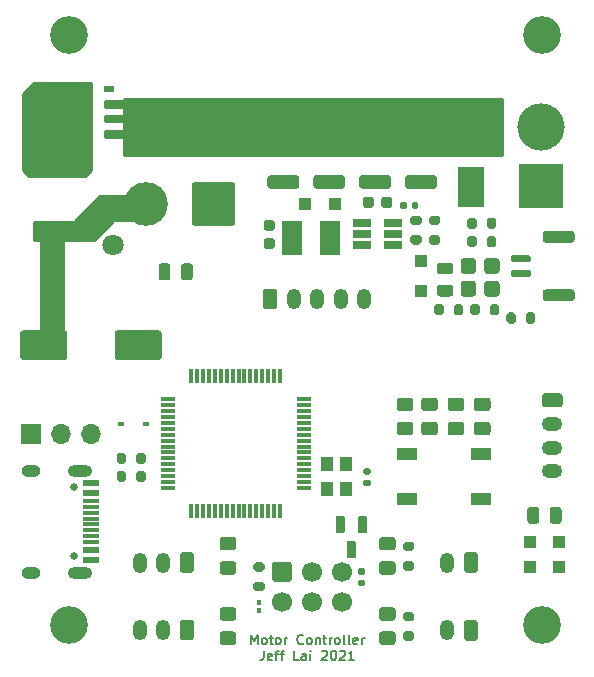
<source format=gbr>
%TF.GenerationSoftware,KiCad,Pcbnew,5.1.9-73d0e3b20d~88~ubuntu20.04.1*%
%TF.CreationDate,2021-04-18T22:18:41+08:00*%
%TF.ProjectId,AbsoluteEncoderBoard,4162736f-6c75-4746-9545-6e636f646572,rev?*%
%TF.SameCoordinates,Original*%
%TF.FileFunction,Soldermask,Top*%
%TF.FilePolarity,Negative*%
%FSLAX46Y46*%
G04 Gerber Fmt 4.6, Leading zero omitted, Abs format (unit mm)*
G04 Created by KiCad (PCBNEW 5.1.9-73d0e3b20d~88~ubuntu20.04.1) date 2021-04-18 22:18:41*
%MOMM*%
%LPD*%
G01*
G04 APERTURE LIST*
%ADD10C,0.150000*%
%ADD11C,3.200000*%
%ADD12R,0.300000X1.200000*%
%ADD13R,1.200000X0.300000*%
%ADD14O,1.200000X1.750000*%
%ADD15C,1.800000*%
%ADD16C,3.700000*%
%ADD17C,4.000000*%
%ADD18R,3.800000X3.800000*%
%ADD19C,1.700000*%
%ADD20R,0.600000X0.450000*%
%ADD21R,1.000000X1.000000*%
%ADD22R,1.560000X0.650000*%
%ADD23R,1.800000X2.900000*%
%ADD24R,2.300000X3.500000*%
%ADD25R,1.100000X1.300000*%
%ADD26R,1.700000X1.000000*%
%ADD27C,0.100000*%
%ADD28R,0.850000X0.500000*%
%ADD29O,1.700000X1.700000*%
%ADD30R,1.700000X1.700000*%
%ADD31R,1.450000X0.600000*%
%ADD32R,1.450000X0.300000*%
%ADD33O,2.100000X1.000000*%
%ADD34C,0.650000*%
%ADD35O,1.600000X1.000000*%
%ADD36O,1.750000X1.200000*%
%ADD37C,0.254000*%
%ADD38C,0.230000*%
G04 APERTURE END LIST*
D10*
X145427142Y-91596904D02*
X145427142Y-90796904D01*
X145693809Y-91368333D01*
X145960476Y-90796904D01*
X145960476Y-91596904D01*
X146455714Y-91596904D02*
X146379523Y-91558809D01*
X146341428Y-91520714D01*
X146303333Y-91444523D01*
X146303333Y-91215952D01*
X146341428Y-91139761D01*
X146379523Y-91101666D01*
X146455714Y-91063571D01*
X146570000Y-91063571D01*
X146646190Y-91101666D01*
X146684285Y-91139761D01*
X146722380Y-91215952D01*
X146722380Y-91444523D01*
X146684285Y-91520714D01*
X146646190Y-91558809D01*
X146570000Y-91596904D01*
X146455714Y-91596904D01*
X146950952Y-91063571D02*
X147255714Y-91063571D01*
X147065238Y-90796904D02*
X147065238Y-91482619D01*
X147103333Y-91558809D01*
X147179523Y-91596904D01*
X147255714Y-91596904D01*
X147636666Y-91596904D02*
X147560476Y-91558809D01*
X147522380Y-91520714D01*
X147484285Y-91444523D01*
X147484285Y-91215952D01*
X147522380Y-91139761D01*
X147560476Y-91101666D01*
X147636666Y-91063571D01*
X147750952Y-91063571D01*
X147827142Y-91101666D01*
X147865238Y-91139761D01*
X147903333Y-91215952D01*
X147903333Y-91444523D01*
X147865238Y-91520714D01*
X147827142Y-91558809D01*
X147750952Y-91596904D01*
X147636666Y-91596904D01*
X148246190Y-91596904D02*
X148246190Y-91063571D01*
X148246190Y-91215952D02*
X148284285Y-91139761D01*
X148322380Y-91101666D01*
X148398571Y-91063571D01*
X148474761Y-91063571D01*
X149808095Y-91520714D02*
X149770000Y-91558809D01*
X149655714Y-91596904D01*
X149579523Y-91596904D01*
X149465238Y-91558809D01*
X149389047Y-91482619D01*
X149350952Y-91406428D01*
X149312857Y-91254047D01*
X149312857Y-91139761D01*
X149350952Y-90987380D01*
X149389047Y-90911190D01*
X149465238Y-90835000D01*
X149579523Y-90796904D01*
X149655714Y-90796904D01*
X149770000Y-90835000D01*
X149808095Y-90873095D01*
X150265238Y-91596904D02*
X150189047Y-91558809D01*
X150150952Y-91520714D01*
X150112857Y-91444523D01*
X150112857Y-91215952D01*
X150150952Y-91139761D01*
X150189047Y-91101666D01*
X150265238Y-91063571D01*
X150379523Y-91063571D01*
X150455714Y-91101666D01*
X150493809Y-91139761D01*
X150531904Y-91215952D01*
X150531904Y-91444523D01*
X150493809Y-91520714D01*
X150455714Y-91558809D01*
X150379523Y-91596904D01*
X150265238Y-91596904D01*
X150874761Y-91063571D02*
X150874761Y-91596904D01*
X150874761Y-91139761D02*
X150912857Y-91101666D01*
X150989047Y-91063571D01*
X151103333Y-91063571D01*
X151179523Y-91101666D01*
X151217619Y-91177857D01*
X151217619Y-91596904D01*
X151484285Y-91063571D02*
X151789047Y-91063571D01*
X151598571Y-90796904D02*
X151598571Y-91482619D01*
X151636666Y-91558809D01*
X151712857Y-91596904D01*
X151789047Y-91596904D01*
X152055714Y-91596904D02*
X152055714Y-91063571D01*
X152055714Y-91215952D02*
X152093809Y-91139761D01*
X152131904Y-91101666D01*
X152208095Y-91063571D01*
X152284285Y-91063571D01*
X152665238Y-91596904D02*
X152589047Y-91558809D01*
X152550952Y-91520714D01*
X152512857Y-91444523D01*
X152512857Y-91215952D01*
X152550952Y-91139761D01*
X152589047Y-91101666D01*
X152665238Y-91063571D01*
X152779523Y-91063571D01*
X152855714Y-91101666D01*
X152893809Y-91139761D01*
X152931904Y-91215952D01*
X152931904Y-91444523D01*
X152893809Y-91520714D01*
X152855714Y-91558809D01*
X152779523Y-91596904D01*
X152665238Y-91596904D01*
X153389047Y-91596904D02*
X153312857Y-91558809D01*
X153274761Y-91482619D01*
X153274761Y-90796904D01*
X153808095Y-91596904D02*
X153731904Y-91558809D01*
X153693809Y-91482619D01*
X153693809Y-90796904D01*
X154417619Y-91558809D02*
X154341428Y-91596904D01*
X154189047Y-91596904D01*
X154112857Y-91558809D01*
X154074761Y-91482619D01*
X154074761Y-91177857D01*
X154112857Y-91101666D01*
X154189047Y-91063571D01*
X154341428Y-91063571D01*
X154417619Y-91101666D01*
X154455714Y-91177857D01*
X154455714Y-91254047D01*
X154074761Y-91330238D01*
X154798571Y-91596904D02*
X154798571Y-91063571D01*
X154798571Y-91215952D02*
X154836666Y-91139761D01*
X154874761Y-91101666D01*
X154950952Y-91063571D01*
X155027142Y-91063571D01*
X146474761Y-92146904D02*
X146474761Y-92718333D01*
X146436666Y-92832619D01*
X146360476Y-92908809D01*
X146246190Y-92946904D01*
X146170000Y-92946904D01*
X147160476Y-92908809D02*
X147084285Y-92946904D01*
X146931904Y-92946904D01*
X146855714Y-92908809D01*
X146817619Y-92832619D01*
X146817619Y-92527857D01*
X146855714Y-92451666D01*
X146931904Y-92413571D01*
X147084285Y-92413571D01*
X147160476Y-92451666D01*
X147198571Y-92527857D01*
X147198571Y-92604047D01*
X146817619Y-92680238D01*
X147427142Y-92413571D02*
X147731904Y-92413571D01*
X147541428Y-92946904D02*
X147541428Y-92261190D01*
X147579523Y-92185000D01*
X147655714Y-92146904D01*
X147731904Y-92146904D01*
X147884285Y-92413571D02*
X148189047Y-92413571D01*
X147998571Y-92946904D02*
X147998571Y-92261190D01*
X148036666Y-92185000D01*
X148112857Y-92146904D01*
X148189047Y-92146904D01*
X149446190Y-92946904D02*
X149065238Y-92946904D01*
X149065238Y-92146904D01*
X150055714Y-92946904D02*
X150055714Y-92527857D01*
X150017619Y-92451666D01*
X149941428Y-92413571D01*
X149789047Y-92413571D01*
X149712857Y-92451666D01*
X150055714Y-92908809D02*
X149979523Y-92946904D01*
X149789047Y-92946904D01*
X149712857Y-92908809D01*
X149674761Y-92832619D01*
X149674761Y-92756428D01*
X149712857Y-92680238D01*
X149789047Y-92642142D01*
X149979523Y-92642142D01*
X150055714Y-92604047D01*
X150436666Y-92946904D02*
X150436666Y-92413571D01*
X150436666Y-92146904D02*
X150398571Y-92185000D01*
X150436666Y-92223095D01*
X150474761Y-92185000D01*
X150436666Y-92146904D01*
X150436666Y-92223095D01*
X151389047Y-92223095D02*
X151427142Y-92185000D01*
X151503333Y-92146904D01*
X151693809Y-92146904D01*
X151770000Y-92185000D01*
X151808095Y-92223095D01*
X151846190Y-92299285D01*
X151846190Y-92375476D01*
X151808095Y-92489761D01*
X151350952Y-92946904D01*
X151846190Y-92946904D01*
X152341428Y-92146904D02*
X152417619Y-92146904D01*
X152493809Y-92185000D01*
X152531904Y-92223095D01*
X152570000Y-92299285D01*
X152608095Y-92451666D01*
X152608095Y-92642142D01*
X152570000Y-92794523D01*
X152531904Y-92870714D01*
X152493809Y-92908809D01*
X152417619Y-92946904D01*
X152341428Y-92946904D01*
X152265238Y-92908809D01*
X152227142Y-92870714D01*
X152189047Y-92794523D01*
X152150952Y-92642142D01*
X152150952Y-92451666D01*
X152189047Y-92299285D01*
X152227142Y-92223095D01*
X152265238Y-92185000D01*
X152341428Y-92146904D01*
X152912857Y-92223095D02*
X152950952Y-92185000D01*
X153027142Y-92146904D01*
X153217619Y-92146904D01*
X153293809Y-92185000D01*
X153331904Y-92223095D01*
X153370000Y-92299285D01*
X153370000Y-92375476D01*
X153331904Y-92489761D01*
X152874761Y-92946904D01*
X153370000Y-92946904D01*
X154131904Y-92946904D02*
X153674761Y-92946904D01*
X153903333Y-92946904D02*
X153903333Y-92146904D01*
X153827142Y-92261190D01*
X153750952Y-92337380D01*
X153674761Y-92375476D01*
D11*
X170000000Y-90000000D03*
X130000000Y-90000000D03*
X170000000Y-40000000D03*
X130000000Y-40000000D03*
G36*
G01*
X145980000Y-88510000D02*
X146180000Y-88510000D01*
G75*
G02*
X146280000Y-88610000I0J-100000D01*
G01*
X146280000Y-88870000D01*
G75*
G02*
X146180000Y-88970000I-100000J0D01*
G01*
X145980000Y-88970000D01*
G75*
G02*
X145880000Y-88870000I0J100000D01*
G01*
X145880000Y-88610000D01*
G75*
G02*
X145980000Y-88510000I100000J0D01*
G01*
G37*
G36*
G01*
X145980000Y-87870000D02*
X146180000Y-87870000D01*
G75*
G02*
X146280000Y-87970000I0J-100000D01*
G01*
X146280000Y-88230000D01*
G75*
G02*
X146180000Y-88330000I-100000J0D01*
G01*
X145980000Y-88330000D01*
G75*
G02*
X145880000Y-88230000I0J100000D01*
G01*
X145880000Y-87970000D01*
G75*
G02*
X145980000Y-87870000I100000J0D01*
G01*
G37*
G36*
G01*
X145805000Y-86325000D02*
X146355000Y-86325000D01*
G75*
G02*
X146555000Y-86525000I0J-200000D01*
G01*
X146555000Y-86925000D01*
G75*
G02*
X146355000Y-87125000I-200000J0D01*
G01*
X145805000Y-87125000D01*
G75*
G02*
X145605000Y-86925000I0J200000D01*
G01*
X145605000Y-86525000D01*
G75*
G02*
X145805000Y-86325000I200000J0D01*
G01*
G37*
G36*
G01*
X145805000Y-84675000D02*
X146355000Y-84675000D01*
G75*
G02*
X146555000Y-84875000I0J-200000D01*
G01*
X146555000Y-85275000D01*
G75*
G02*
X146355000Y-85475000I-200000J0D01*
G01*
X145805000Y-85475000D01*
G75*
G02*
X145605000Y-85275000I0J200000D01*
G01*
X145605000Y-84875000D01*
G75*
G02*
X145805000Y-84675000I200000J0D01*
G01*
G37*
D12*
X147850000Y-80375000D03*
X147350000Y-80375000D03*
X146850000Y-80375000D03*
X146350000Y-80375000D03*
X145850000Y-80375000D03*
X145350000Y-80375000D03*
X144850000Y-80375000D03*
X144350000Y-80375000D03*
X143850000Y-80375000D03*
X143350000Y-80375000D03*
X142850000Y-80375000D03*
X142350000Y-80375000D03*
X141850000Y-80375000D03*
X141350000Y-80375000D03*
X140850000Y-80375000D03*
X140350000Y-80375000D03*
D13*
X138350000Y-78375000D03*
X138350000Y-77875000D03*
X138350000Y-77375000D03*
X138350000Y-76875000D03*
X138350000Y-76375000D03*
X138350000Y-75875000D03*
X138350000Y-75375000D03*
X138350000Y-74875000D03*
X138350000Y-74375000D03*
X138350000Y-73875000D03*
X138350000Y-73375000D03*
X138350000Y-72875000D03*
X138350000Y-72375000D03*
X138350000Y-71875000D03*
X138350000Y-71375000D03*
X138350000Y-70875000D03*
D12*
X140350000Y-68875000D03*
X140850000Y-68875000D03*
X141350000Y-68875000D03*
X141850000Y-68875000D03*
X142350000Y-68875000D03*
X142850000Y-68875000D03*
X143350000Y-68875000D03*
X143850000Y-68875000D03*
X144350000Y-68875000D03*
X144850000Y-68875000D03*
X145350000Y-68875000D03*
X145850000Y-68875000D03*
X146350000Y-68875000D03*
X146850000Y-68875000D03*
X147350000Y-68875000D03*
D13*
X149850000Y-70875000D03*
X149850000Y-71375000D03*
X149850000Y-71875000D03*
X149850000Y-72375000D03*
X149850000Y-72875000D03*
X149850000Y-73375000D03*
X149850000Y-73875000D03*
X149850000Y-74375000D03*
X149850000Y-74875000D03*
X149850000Y-75375000D03*
X149850000Y-75875000D03*
X149850000Y-76375000D03*
X149850000Y-76875000D03*
X149850000Y-77375000D03*
X149850000Y-77875000D03*
X149850000Y-78375000D03*
D12*
X147850000Y-68875000D03*
D14*
X162025000Y-84700000D03*
G36*
G01*
X164625000Y-84074999D02*
X164625000Y-85325001D01*
G75*
G02*
X164375001Y-85575000I-249999J0D01*
G01*
X163674999Y-85575000D01*
G75*
G02*
X163425000Y-85325001I0J249999D01*
G01*
X163425000Y-84074999D01*
G75*
G02*
X163674999Y-83825000I249999J0D01*
G01*
X164375001Y-83825000D01*
G75*
G02*
X164625000Y-84074999I0J-249999D01*
G01*
G37*
X155010000Y-62390000D03*
X153010000Y-62390000D03*
X151010000Y-62390000D03*
X149010000Y-62390000D03*
G36*
G01*
X146410000Y-63015001D02*
X146410000Y-61764999D01*
G75*
G02*
X146659999Y-61515000I249999J0D01*
G01*
X147360001Y-61515000D01*
G75*
G02*
X147610000Y-61764999I0J-249999D01*
G01*
X147610000Y-63015001D01*
G75*
G02*
X147360001Y-63265000I-249999J0D01*
G01*
X146659999Y-63265000D01*
G75*
G02*
X146410000Y-63015001I0J249999D01*
G01*
G37*
D15*
X133750000Y-57820000D03*
D16*
X136520000Y-54340000D03*
G36*
G01*
X140620000Y-52490000D02*
X143820000Y-52490000D01*
G75*
G02*
X144070000Y-52740000I0J-250000D01*
G01*
X144070000Y-55940000D01*
G75*
G02*
X143820000Y-56190000I-250000J0D01*
G01*
X140620000Y-56190000D01*
G75*
G02*
X140370000Y-55940000I0J250000D01*
G01*
X140370000Y-52740000D01*
G75*
G02*
X140620000Y-52490000I250000J0D01*
G01*
G37*
G36*
G01*
X139480000Y-60565000D02*
X139480000Y-59615000D01*
G75*
G02*
X139730000Y-59365000I250000J0D01*
G01*
X140230000Y-59365000D01*
G75*
G02*
X140480000Y-59615000I0J-250000D01*
G01*
X140480000Y-60565000D01*
G75*
G02*
X140230000Y-60815000I-250000J0D01*
G01*
X139730000Y-60815000D01*
G75*
G02*
X139480000Y-60565000I0J250000D01*
G01*
G37*
G36*
G01*
X137580000Y-60565000D02*
X137580000Y-59615000D01*
G75*
G02*
X137830000Y-59365000I250000J0D01*
G01*
X138330000Y-59365000D01*
G75*
G02*
X138580000Y-59615000I0J-250000D01*
G01*
X138580000Y-60565000D01*
G75*
G02*
X138330000Y-60815000I-250000J0D01*
G01*
X137830000Y-60815000D01*
G75*
G02*
X137580000Y-60565000I0J250000D01*
G01*
G37*
D17*
X169926000Y-47832000D03*
D18*
X169926000Y-52832000D03*
G36*
G01*
X147415240Y-84624600D02*
X148615240Y-84624600D01*
G75*
G02*
X148865240Y-84874600I0J-250000D01*
G01*
X148865240Y-86074600D01*
G75*
G02*
X148615240Y-86324600I-250000J0D01*
G01*
X147415240Y-86324600D01*
G75*
G02*
X147165240Y-86074600I0J250000D01*
G01*
X147165240Y-84874600D01*
G75*
G02*
X147415240Y-84624600I250000J0D01*
G01*
G37*
D19*
X150555240Y-85474600D03*
X153095240Y-85474600D03*
X148015240Y-88014600D03*
X150555240Y-88014600D03*
X153095240Y-88014600D03*
D20*
X134400000Y-73000000D03*
X136500000Y-73000000D03*
G36*
G01*
X155395000Y-77275000D02*
X155055000Y-77275000D01*
G75*
G02*
X154915000Y-77135000I0J140000D01*
G01*
X154915000Y-76855000D01*
G75*
G02*
X155055000Y-76715000I140000J0D01*
G01*
X155395000Y-76715000D01*
G75*
G02*
X155535000Y-76855000I0J-140000D01*
G01*
X155535000Y-77135000D01*
G75*
G02*
X155395000Y-77275000I-140000J0D01*
G01*
G37*
G36*
G01*
X155395000Y-78235000D02*
X155055000Y-78235000D01*
G75*
G02*
X154915000Y-78095000I0J140000D01*
G01*
X154915000Y-77815000D01*
G75*
G02*
X155055000Y-77675000I140000J0D01*
G01*
X155395000Y-77675000D01*
G75*
G02*
X155535000Y-77815000I0J-140000D01*
G01*
X155535000Y-78095000D01*
G75*
G02*
X155395000Y-78235000I-140000J0D01*
G01*
G37*
G36*
G01*
X159000000Y-54645000D02*
X159000000Y-54305000D01*
G75*
G02*
X159140000Y-54165000I140000J0D01*
G01*
X159420000Y-54165000D01*
G75*
G02*
X159560000Y-54305000I0J-140000D01*
G01*
X159560000Y-54645000D01*
G75*
G02*
X159420000Y-54785000I-140000J0D01*
G01*
X159140000Y-54785000D01*
G75*
G02*
X159000000Y-54645000I0J140000D01*
G01*
G37*
G36*
G01*
X158040000Y-54645000D02*
X158040000Y-54305000D01*
G75*
G02*
X158180000Y-54165000I140000J0D01*
G01*
X158460000Y-54165000D01*
G75*
G02*
X158600000Y-54305000I0J-140000D01*
G01*
X158600000Y-54645000D01*
G75*
G02*
X158460000Y-54785000I-140000J0D01*
G01*
X158180000Y-54785000D01*
G75*
G02*
X158040000Y-54645000I0J140000D01*
G01*
G37*
G36*
G01*
X154580000Y-86150000D02*
X154920000Y-86150000D01*
G75*
G02*
X155060000Y-86290000I0J-140000D01*
G01*
X155060000Y-86570000D01*
G75*
G02*
X154920000Y-86710000I-140000J0D01*
G01*
X154580000Y-86710000D01*
G75*
G02*
X154440000Y-86570000I0J140000D01*
G01*
X154440000Y-86290000D01*
G75*
G02*
X154580000Y-86150000I140000J0D01*
G01*
G37*
G36*
G01*
X154580000Y-85190000D02*
X154920000Y-85190000D01*
G75*
G02*
X155060000Y-85330000I0J-140000D01*
G01*
X155060000Y-85610000D01*
G75*
G02*
X154920000Y-85750000I-140000J0D01*
G01*
X154580000Y-85750000D01*
G75*
G02*
X154440000Y-85610000I0J140000D01*
G01*
X154440000Y-85330000D01*
G75*
G02*
X154580000Y-85190000I140000J0D01*
G01*
G37*
D21*
X159800000Y-59200000D03*
X159800000Y-61700000D03*
X150000000Y-54350000D03*
X152500000Y-54350000D03*
G36*
G01*
X172550000Y-57625000D02*
X170350000Y-57625000D01*
G75*
G02*
X170100000Y-57375000I0J250000D01*
G01*
X170100000Y-56875000D01*
G75*
G02*
X170350000Y-56625000I250000J0D01*
G01*
X172550000Y-56625000D01*
G75*
G02*
X172800000Y-56875000I0J-250000D01*
G01*
X172800000Y-57375000D01*
G75*
G02*
X172550000Y-57625000I-250000J0D01*
G01*
G37*
G36*
G01*
X172550000Y-62575000D02*
X170350000Y-62575000D01*
G75*
G02*
X170100000Y-62325000I0J250000D01*
G01*
X170100000Y-61825000D01*
G75*
G02*
X170350000Y-61575000I250000J0D01*
G01*
X172550000Y-61575000D01*
G75*
G02*
X172800000Y-61825000I0J-250000D01*
G01*
X172800000Y-62325000D01*
G75*
G02*
X172550000Y-62575000I-250000J0D01*
G01*
G37*
G36*
G01*
X168950000Y-59275000D02*
X167550000Y-59275000D01*
G75*
G02*
X167400000Y-59125000I0J150000D01*
G01*
X167400000Y-58825000D01*
G75*
G02*
X167550000Y-58675000I150000J0D01*
G01*
X168950000Y-58675000D01*
G75*
G02*
X169100000Y-58825000I0J-150000D01*
G01*
X169100000Y-59125000D01*
G75*
G02*
X168950000Y-59275000I-150000J0D01*
G01*
G37*
G36*
G01*
X168950000Y-60525000D02*
X167550000Y-60525000D01*
G75*
G02*
X167400000Y-60375000I0J150000D01*
G01*
X167400000Y-60075000D01*
G75*
G02*
X167550000Y-59925000I150000J0D01*
G01*
X168950000Y-59925000D01*
G75*
G02*
X169100000Y-60075000I0J-150000D01*
G01*
X169100000Y-60375000D01*
G75*
G02*
X168950000Y-60525000I-150000J0D01*
G01*
G37*
G36*
G01*
X164775000Y-63025000D02*
X164775000Y-63575000D01*
G75*
G02*
X164575000Y-63775000I-200000J0D01*
G01*
X164175000Y-63775000D01*
G75*
G02*
X163975000Y-63575000I0J200000D01*
G01*
X163975000Y-63025000D01*
G75*
G02*
X164175000Y-62825000I200000J0D01*
G01*
X164575000Y-62825000D01*
G75*
G02*
X164775000Y-63025000I0J-200000D01*
G01*
G37*
G36*
G01*
X166425000Y-63025000D02*
X166425000Y-63575000D01*
G75*
G02*
X166225000Y-63775000I-200000J0D01*
G01*
X165825000Y-63775000D01*
G75*
G02*
X165625000Y-63575000I0J200000D01*
G01*
X165625000Y-63025000D01*
G75*
G02*
X165825000Y-62825000I200000J0D01*
G01*
X166225000Y-62825000D01*
G75*
G02*
X166425000Y-63025000I0J-200000D01*
G01*
G37*
G36*
G01*
X166200001Y-60250000D02*
X165399999Y-60250000D01*
G75*
G02*
X165150000Y-60000001I0J249999D01*
G01*
X165150000Y-59174999D01*
G75*
G02*
X165399999Y-58925000I249999J0D01*
G01*
X166200001Y-58925000D01*
G75*
G02*
X166450000Y-59174999I0J-249999D01*
G01*
X166450000Y-60000001D01*
G75*
G02*
X166200001Y-60250000I-249999J0D01*
G01*
G37*
G36*
G01*
X166200001Y-62175000D02*
X165399999Y-62175000D01*
G75*
G02*
X165150000Y-61925001I0J249999D01*
G01*
X165150000Y-61099999D01*
G75*
G02*
X165399999Y-60850000I249999J0D01*
G01*
X166200001Y-60850000D01*
G75*
G02*
X166450000Y-61099999I0J-249999D01*
G01*
X166450000Y-61925001D01*
G75*
G02*
X166200001Y-62175000I-249999J0D01*
G01*
G37*
G36*
G01*
X162575000Y-63575000D02*
X162575000Y-63025000D01*
G75*
G02*
X162775000Y-62825000I200000J0D01*
G01*
X163175000Y-62825000D01*
G75*
G02*
X163375000Y-63025000I0J-200000D01*
G01*
X163375000Y-63575000D01*
G75*
G02*
X163175000Y-63775000I-200000J0D01*
G01*
X162775000Y-63775000D01*
G75*
G02*
X162575000Y-63575000I0J200000D01*
G01*
G37*
G36*
G01*
X160925000Y-63575000D02*
X160925000Y-63025000D01*
G75*
G02*
X161125000Y-62825000I200000J0D01*
G01*
X161525000Y-62825000D01*
G75*
G02*
X161725000Y-63025000I0J-200000D01*
G01*
X161725000Y-63575000D01*
G75*
G02*
X161525000Y-63775000I-200000J0D01*
G01*
X161125000Y-63775000D01*
G75*
G02*
X160925000Y-63575000I0J200000D01*
G01*
G37*
G36*
G01*
X164200001Y-60250000D02*
X163399999Y-60250000D01*
G75*
G02*
X163150000Y-60000001I0J249999D01*
G01*
X163150000Y-59174999D01*
G75*
G02*
X163399999Y-58925000I249999J0D01*
G01*
X164200001Y-58925000D01*
G75*
G02*
X164450000Y-59174999I0J-249999D01*
G01*
X164450000Y-60000001D01*
G75*
G02*
X164200001Y-60250000I-249999J0D01*
G01*
G37*
G36*
G01*
X164200001Y-62175000D02*
X163399999Y-62175000D01*
G75*
G02*
X163150000Y-61925001I0J249999D01*
G01*
X163150000Y-61099999D01*
G75*
G02*
X163399999Y-60850000I249999J0D01*
G01*
X164200001Y-60850000D01*
G75*
G02*
X164450000Y-61099999I0J-249999D01*
G01*
X164450000Y-61925001D01*
G75*
G02*
X164200001Y-62175000I-249999J0D01*
G01*
G37*
G36*
G01*
X133850000Y-67300000D02*
X133850000Y-65300000D01*
G75*
G02*
X134100000Y-65050000I250000J0D01*
G01*
X137600000Y-65050000D01*
G75*
G02*
X137850000Y-65300000I0J-250000D01*
G01*
X137850000Y-67300000D01*
G75*
G02*
X137600000Y-67550000I-250000J0D01*
G01*
X134100000Y-67550000D01*
G75*
G02*
X133850000Y-67300000I0J250000D01*
G01*
G37*
G36*
G01*
X125850000Y-67300000D02*
X125850000Y-65300000D01*
G75*
G02*
X126100000Y-65050000I250000J0D01*
G01*
X129600000Y-65050000D01*
G75*
G02*
X129850000Y-65300000I0J-250000D01*
G01*
X129850000Y-67300000D01*
G75*
G02*
X129600000Y-67550000I-250000J0D01*
G01*
X126100000Y-67550000D01*
G75*
G02*
X125850000Y-67300000I0J250000D01*
G01*
G37*
D22*
X154765840Y-56865480D03*
X154765840Y-57815480D03*
X154765840Y-55915480D03*
X157465840Y-55915480D03*
X157465840Y-56865480D03*
X157465840Y-57815480D03*
G36*
G01*
X159649660Y-56130600D02*
X159099660Y-56130600D01*
G75*
G02*
X158899660Y-55930600I0J200000D01*
G01*
X158899660Y-55530600D01*
G75*
G02*
X159099660Y-55330600I200000J0D01*
G01*
X159649660Y-55330600D01*
G75*
G02*
X159849660Y-55530600I0J-200000D01*
G01*
X159849660Y-55930600D01*
G75*
G02*
X159649660Y-56130600I-200000J0D01*
G01*
G37*
G36*
G01*
X159649660Y-57780600D02*
X159099660Y-57780600D01*
G75*
G02*
X158899660Y-57580600I0J200000D01*
G01*
X158899660Y-57180600D01*
G75*
G02*
X159099660Y-56980600I200000J0D01*
G01*
X159649660Y-56980600D01*
G75*
G02*
X159849660Y-57180600I0J-200000D01*
G01*
X159849660Y-57580600D01*
G75*
G02*
X159649660Y-57780600I-200000J0D01*
G01*
G37*
G36*
G01*
X160675000Y-56975000D02*
X161225000Y-56975000D01*
G75*
G02*
X161425000Y-57175000I0J-200000D01*
G01*
X161425000Y-57575000D01*
G75*
G02*
X161225000Y-57775000I-200000J0D01*
G01*
X160675000Y-57775000D01*
G75*
G02*
X160475000Y-57575000I0J200000D01*
G01*
X160475000Y-57175000D01*
G75*
G02*
X160675000Y-56975000I200000J0D01*
G01*
G37*
G36*
G01*
X160675000Y-55325000D02*
X161225000Y-55325000D01*
G75*
G02*
X161425000Y-55525000I0J-200000D01*
G01*
X161425000Y-55925000D01*
G75*
G02*
X161225000Y-56125000I-200000J0D01*
G01*
X160675000Y-56125000D01*
G75*
G02*
X160475000Y-55925000I0J200000D01*
G01*
X160475000Y-55525000D01*
G75*
G02*
X160675000Y-55325000I200000J0D01*
G01*
G37*
G36*
G01*
X165365800Y-57819600D02*
X165365800Y-57269600D01*
G75*
G02*
X165565800Y-57069600I200000J0D01*
G01*
X165965800Y-57069600D01*
G75*
G02*
X166165800Y-57269600I0J-200000D01*
G01*
X166165800Y-57819600D01*
G75*
G02*
X165965800Y-58019600I-200000J0D01*
G01*
X165565800Y-58019600D01*
G75*
G02*
X165365800Y-57819600I0J200000D01*
G01*
G37*
G36*
G01*
X163715800Y-57819600D02*
X163715800Y-57269600D01*
G75*
G02*
X163915800Y-57069600I200000J0D01*
G01*
X164315800Y-57069600D01*
G75*
G02*
X164515800Y-57269600I0J-200000D01*
G01*
X164515800Y-57819600D01*
G75*
G02*
X164315800Y-58019600I-200000J0D01*
G01*
X163915800Y-58019600D01*
G75*
G02*
X163715800Y-57819600I0J200000D01*
G01*
G37*
G36*
G01*
X165365800Y-56244800D02*
X165365800Y-55694800D01*
G75*
G02*
X165565800Y-55494800I200000J0D01*
G01*
X165965800Y-55494800D01*
G75*
G02*
X166165800Y-55694800I0J-200000D01*
G01*
X166165800Y-56244800D01*
G75*
G02*
X165965800Y-56444800I-200000J0D01*
G01*
X165565800Y-56444800D01*
G75*
G02*
X165365800Y-56244800I0J200000D01*
G01*
G37*
G36*
G01*
X163715800Y-56244800D02*
X163715800Y-55694800D01*
G75*
G02*
X163915800Y-55494800I200000J0D01*
G01*
X164315800Y-55494800D01*
G75*
G02*
X164515800Y-55694800I0J-200000D01*
G01*
X164515800Y-56244800D01*
G75*
G02*
X164315800Y-56444800I-200000J0D01*
G01*
X163915800Y-56444800D01*
G75*
G02*
X163715800Y-56244800I0J200000D01*
G01*
G37*
D23*
X148904700Y-57239860D03*
X152104700Y-57239860D03*
D24*
X164000000Y-52900000D03*
X164000000Y-47500000D03*
G36*
G01*
X146703780Y-57247360D02*
X147203780Y-57247360D01*
G75*
G02*
X147428780Y-57472360I0J-225000D01*
G01*
X147428780Y-57922360D01*
G75*
G02*
X147203780Y-58147360I-225000J0D01*
G01*
X146703780Y-58147360D01*
G75*
G02*
X146478780Y-57922360I0J225000D01*
G01*
X146478780Y-57472360D01*
G75*
G02*
X146703780Y-57247360I225000J0D01*
G01*
G37*
G36*
G01*
X146703780Y-55697360D02*
X147203780Y-55697360D01*
G75*
G02*
X147428780Y-55922360I0J-225000D01*
G01*
X147428780Y-56372360D01*
G75*
G02*
X147203780Y-56597360I-225000J0D01*
G01*
X146703780Y-56597360D01*
G75*
G02*
X146478780Y-56372360I0J225000D01*
G01*
X146478780Y-55922360D01*
G75*
G02*
X146703780Y-55697360I225000J0D01*
G01*
G37*
G36*
G01*
X156440840Y-54456100D02*
X156440840Y-53956100D01*
G75*
G02*
X156665840Y-53731100I225000J0D01*
G01*
X157115840Y-53731100D01*
G75*
G02*
X157340840Y-53956100I0J-225000D01*
G01*
X157340840Y-54456100D01*
G75*
G02*
X157115840Y-54681100I-225000J0D01*
G01*
X156665840Y-54681100D01*
G75*
G02*
X156440840Y-54456100I0J225000D01*
G01*
G37*
G36*
G01*
X154890840Y-54456100D02*
X154890840Y-53956100D01*
G75*
G02*
X155115840Y-53731100I225000J0D01*
G01*
X155565840Y-53731100D01*
G75*
G02*
X155790840Y-53956100I0J-225000D01*
G01*
X155790840Y-54456100D01*
G75*
G02*
X155565840Y-54681100I-225000J0D01*
G01*
X155115840Y-54681100D01*
G75*
G02*
X154890840Y-54456100I0J225000D01*
G01*
G37*
G36*
G01*
X158699999Y-51900000D02*
X160900001Y-51900000D01*
G75*
G02*
X161150000Y-52149999I0J-249999D01*
G01*
X161150000Y-52800001D01*
G75*
G02*
X160900001Y-53050000I-249999J0D01*
G01*
X158699999Y-53050000D01*
G75*
G02*
X158450000Y-52800001I0J249999D01*
G01*
X158450000Y-52149999D01*
G75*
G02*
X158699999Y-51900000I249999J0D01*
G01*
G37*
G36*
G01*
X158699999Y-48950000D02*
X160900001Y-48950000D01*
G75*
G02*
X161150000Y-49199999I0J-249999D01*
G01*
X161150000Y-49850001D01*
G75*
G02*
X160900001Y-50100000I-249999J0D01*
G01*
X158699999Y-50100000D01*
G75*
G02*
X158450000Y-49850001I0J249999D01*
G01*
X158450000Y-49199999D01*
G75*
G02*
X158699999Y-48950000I249999J0D01*
G01*
G37*
G36*
G01*
X154812499Y-51900000D02*
X157012501Y-51900000D01*
G75*
G02*
X157262500Y-52149999I0J-249999D01*
G01*
X157262500Y-52800001D01*
G75*
G02*
X157012501Y-53050000I-249999J0D01*
G01*
X154812499Y-53050000D01*
G75*
G02*
X154562500Y-52800001I0J249999D01*
G01*
X154562500Y-52149999D01*
G75*
G02*
X154812499Y-51900000I249999J0D01*
G01*
G37*
G36*
G01*
X154812499Y-48950000D02*
X157012501Y-48950000D01*
G75*
G02*
X157262500Y-49199999I0J-249999D01*
G01*
X157262500Y-49850001D01*
G75*
G02*
X157012501Y-50100000I-249999J0D01*
G01*
X154812499Y-50100000D01*
G75*
G02*
X154562500Y-49850001I0J249999D01*
G01*
X154562500Y-49199999D01*
G75*
G02*
X154812499Y-48950000I249999J0D01*
G01*
G37*
G36*
G01*
X150924999Y-51900000D02*
X153125001Y-51900000D01*
G75*
G02*
X153375000Y-52149999I0J-249999D01*
G01*
X153375000Y-52800001D01*
G75*
G02*
X153125001Y-53050000I-249999J0D01*
G01*
X150924999Y-53050000D01*
G75*
G02*
X150675000Y-52800001I0J249999D01*
G01*
X150675000Y-52149999D01*
G75*
G02*
X150924999Y-51900000I249999J0D01*
G01*
G37*
G36*
G01*
X150924999Y-48950000D02*
X153125001Y-48950000D01*
G75*
G02*
X153375000Y-49199999I0J-249999D01*
G01*
X153375000Y-49850001D01*
G75*
G02*
X153125001Y-50100000I-249999J0D01*
G01*
X150924999Y-50100000D01*
G75*
G02*
X150675000Y-49850001I0J249999D01*
G01*
X150675000Y-49199999D01*
G75*
G02*
X150924999Y-48950000I249999J0D01*
G01*
G37*
D25*
X151825000Y-78475000D03*
X151825000Y-76375000D03*
X153475000Y-76375000D03*
X153475000Y-78475000D03*
D26*
X158590000Y-75490000D03*
X164890000Y-75490000D03*
X158590000Y-79290000D03*
X164890000Y-79290000D03*
G36*
G01*
X159025000Y-89677500D02*
X158475000Y-89677500D01*
G75*
G02*
X158275000Y-89477500I0J200000D01*
G01*
X158275000Y-89077500D01*
G75*
G02*
X158475000Y-88877500I200000J0D01*
G01*
X159025000Y-88877500D01*
G75*
G02*
X159225000Y-89077500I0J-200000D01*
G01*
X159225000Y-89477500D01*
G75*
G02*
X159025000Y-89677500I-200000J0D01*
G01*
G37*
G36*
G01*
X159025000Y-91327500D02*
X158475000Y-91327500D01*
G75*
G02*
X158275000Y-91127500I0J200000D01*
G01*
X158275000Y-90727500D01*
G75*
G02*
X158475000Y-90527500I200000J0D01*
G01*
X159025000Y-90527500D01*
G75*
G02*
X159225000Y-90727500I0J-200000D01*
G01*
X159225000Y-91127500D01*
G75*
G02*
X159025000Y-91327500I-200000J0D01*
G01*
G37*
G36*
G01*
X159025000Y-83725000D02*
X158475000Y-83725000D01*
G75*
G02*
X158275000Y-83525000I0J200000D01*
G01*
X158275000Y-83125000D01*
G75*
G02*
X158475000Y-82925000I200000J0D01*
G01*
X159025000Y-82925000D01*
G75*
G02*
X159225000Y-83125000I0J-200000D01*
G01*
X159225000Y-83525000D01*
G75*
G02*
X159025000Y-83725000I-200000J0D01*
G01*
G37*
G36*
G01*
X159025000Y-85375000D02*
X158475000Y-85375000D01*
G75*
G02*
X158275000Y-85175000I0J200000D01*
G01*
X158275000Y-84775000D01*
G75*
G02*
X158475000Y-84575000I200000J0D01*
G01*
X159025000Y-84575000D01*
G75*
G02*
X159225000Y-84775000I0J-200000D01*
G01*
X159225000Y-85175000D01*
G75*
G02*
X159025000Y-85375000I-200000J0D01*
G01*
G37*
G36*
G01*
X134825000Y-77125000D02*
X134825000Y-77675000D01*
G75*
G02*
X134625000Y-77875000I-200000J0D01*
G01*
X134225000Y-77875000D01*
G75*
G02*
X134025000Y-77675000I0J200000D01*
G01*
X134025000Y-77125000D01*
G75*
G02*
X134225000Y-76925000I200000J0D01*
G01*
X134625000Y-76925000D01*
G75*
G02*
X134825000Y-77125000I0J-200000D01*
G01*
G37*
G36*
G01*
X136475000Y-77125000D02*
X136475000Y-77675000D01*
G75*
G02*
X136275000Y-77875000I-200000J0D01*
G01*
X135875000Y-77875000D01*
G75*
G02*
X135675000Y-77675000I0J200000D01*
G01*
X135675000Y-77125000D01*
G75*
G02*
X135875000Y-76925000I200000J0D01*
G01*
X136275000Y-76925000D01*
G75*
G02*
X136475000Y-77125000I0J-200000D01*
G01*
G37*
G36*
G01*
X134825000Y-75600000D02*
X134825000Y-76150000D01*
G75*
G02*
X134625000Y-76350000I-200000J0D01*
G01*
X134225000Y-76350000D01*
G75*
G02*
X134025000Y-76150000I0J200000D01*
G01*
X134025000Y-75600000D01*
G75*
G02*
X134225000Y-75400000I200000J0D01*
G01*
X134625000Y-75400000D01*
G75*
G02*
X134825000Y-75600000I0J-200000D01*
G01*
G37*
G36*
G01*
X136475000Y-75600000D02*
X136475000Y-76150000D01*
G75*
G02*
X136275000Y-76350000I-200000J0D01*
G01*
X135875000Y-76350000D01*
G75*
G02*
X135675000Y-76150000I0J200000D01*
G01*
X135675000Y-75600000D01*
G75*
G02*
X135875000Y-75400000I200000J0D01*
G01*
X136275000Y-75400000D01*
G75*
G02*
X136475000Y-75600000I0J-200000D01*
G01*
G37*
G36*
G01*
X167825000Y-63725000D02*
X167825000Y-64275000D01*
G75*
G02*
X167625000Y-64475000I-200000J0D01*
G01*
X167225000Y-64475000D01*
G75*
G02*
X167025000Y-64275000I0J200000D01*
G01*
X167025000Y-63725000D01*
G75*
G02*
X167225000Y-63525000I200000J0D01*
G01*
X167625000Y-63525000D01*
G75*
G02*
X167825000Y-63725000I0J-200000D01*
G01*
G37*
G36*
G01*
X169475000Y-63725000D02*
X169475000Y-64275000D01*
G75*
G02*
X169275000Y-64475000I-200000J0D01*
G01*
X168875000Y-64475000D01*
G75*
G02*
X168675000Y-64275000I0J200000D01*
G01*
X168675000Y-63725000D01*
G75*
G02*
X168875000Y-63525000I200000J0D01*
G01*
X169275000Y-63525000D01*
G75*
G02*
X169475000Y-63725000I0J-200000D01*
G01*
G37*
G36*
G01*
X130279201Y-51142400D02*
X127429199Y-51142400D01*
G75*
G02*
X127179200Y-50892401I0J249999D01*
G01*
X127179200Y-50167399D01*
G75*
G02*
X127429199Y-49917400I249999J0D01*
G01*
X130279201Y-49917400D01*
G75*
G02*
X130529200Y-50167399I0J-249999D01*
G01*
X130529200Y-50892401D01*
G75*
G02*
X130279201Y-51142400I-249999J0D01*
G01*
G37*
G36*
G01*
X130279201Y-57067400D02*
X127429199Y-57067400D01*
G75*
G02*
X127179200Y-56817401I0J249999D01*
G01*
X127179200Y-56092399D01*
G75*
G02*
X127429199Y-55842400I249999J0D01*
G01*
X130279201Y-55842400D01*
G75*
G02*
X130529200Y-56092399I0J-249999D01*
G01*
X130529200Y-56817401D01*
G75*
G02*
X130279201Y-57067400I-249999J0D01*
G01*
G37*
D27*
G36*
X127175000Y-48105000D02*
G01*
X127975000Y-48105000D01*
X127975000Y-47435000D01*
X127175000Y-47435000D01*
X127175000Y-46835000D01*
X127975000Y-46835000D01*
X127975000Y-46165000D01*
X127175000Y-46165000D01*
X127175000Y-45565000D01*
X127975000Y-45565000D01*
X127975000Y-44895000D01*
X127175000Y-44895000D01*
X127175000Y-44295000D01*
X131725000Y-44295000D01*
X131725000Y-48705000D01*
X127175000Y-48705000D01*
X127175000Y-48105000D01*
G37*
D28*
X133400000Y-44595000D03*
X133400000Y-45865000D03*
X133400000Y-47135000D03*
X133400000Y-48405000D03*
D14*
X162025000Y-90437400D03*
G36*
G01*
X164625000Y-89812399D02*
X164625000Y-91062401D01*
G75*
G02*
X164375001Y-91312400I-249999J0D01*
G01*
X163674999Y-91312400D01*
G75*
G02*
X163425000Y-91062401I0J249999D01*
G01*
X163425000Y-89812399D01*
G75*
G02*
X163674999Y-89562400I249999J0D01*
G01*
X164375001Y-89562400D01*
G75*
G02*
X164625000Y-89812399I0J-249999D01*
G01*
G37*
X135975000Y-90400000D03*
X137975000Y-90400000D03*
G36*
G01*
X140575000Y-89774999D02*
X140575000Y-91025001D01*
G75*
G02*
X140325001Y-91275000I-249999J0D01*
G01*
X139624999Y-91275000D01*
G75*
G02*
X139375000Y-91025001I0J249999D01*
G01*
X139375000Y-89774999D01*
G75*
G02*
X139624999Y-89525000I249999J0D01*
G01*
X140325001Y-89525000D01*
G75*
G02*
X140575000Y-89774999I0J-249999D01*
G01*
G37*
X135975000Y-84700000D03*
X137975000Y-84700000D03*
G36*
G01*
X140575000Y-84074999D02*
X140575000Y-85325001D01*
G75*
G02*
X140325001Y-85575000I-249999J0D01*
G01*
X139624999Y-85575000D01*
G75*
G02*
X139375000Y-85325001I0J249999D01*
G01*
X139375000Y-84074999D01*
G75*
G02*
X139624999Y-83825000I249999J0D01*
G01*
X140325001Y-83825000D01*
G75*
G02*
X140575000Y-84074999I0J-249999D01*
G01*
G37*
D29*
X131840000Y-73850000D03*
X129300000Y-73850000D03*
D30*
X126760000Y-73850000D03*
D31*
X131845000Y-84475000D03*
X131845000Y-83675000D03*
X131845000Y-78775000D03*
X131845000Y-77975000D03*
X131845000Y-77975000D03*
X131845000Y-78775000D03*
X131845000Y-83675000D03*
X131845000Y-84475000D03*
D32*
X131845000Y-79475000D03*
X131845000Y-79975000D03*
X131845000Y-80475000D03*
X131845000Y-81475000D03*
X131845000Y-81975000D03*
X131845000Y-82475000D03*
X131845000Y-82975000D03*
X131845000Y-80975000D03*
D33*
X130930000Y-85545000D03*
X130930000Y-76905000D03*
D34*
X130400000Y-78335000D03*
D35*
X126750000Y-76905000D03*
D34*
X130400000Y-84115000D03*
D35*
X126750000Y-85545000D03*
D36*
X170910000Y-76970000D03*
X170910000Y-74970000D03*
X170910000Y-72970000D03*
G36*
G01*
X170284999Y-70370000D02*
X171535001Y-70370000D01*
G75*
G02*
X171785000Y-70619999I0J-249999D01*
G01*
X171785000Y-71320001D01*
G75*
G02*
X171535001Y-71570000I-249999J0D01*
G01*
X170284999Y-71570000D01*
G75*
G02*
X170035000Y-71320001I0J249999D01*
G01*
X170035000Y-70619999D01*
G75*
G02*
X170284999Y-70370000I249999J0D01*
G01*
G37*
G36*
G01*
X161372050Y-61199140D02*
X162284550Y-61199140D01*
G75*
G02*
X162528300Y-61442890I0J-243750D01*
G01*
X162528300Y-61930390D01*
G75*
G02*
X162284550Y-62174140I-243750J0D01*
G01*
X161372050Y-62174140D01*
G75*
G02*
X161128300Y-61930390I0J243750D01*
G01*
X161128300Y-61442890D01*
G75*
G02*
X161372050Y-61199140I243750J0D01*
G01*
G37*
G36*
G01*
X161372050Y-59324140D02*
X162284550Y-59324140D01*
G75*
G02*
X162528300Y-59567890I0J-243750D01*
G01*
X162528300Y-60055390D01*
G75*
G02*
X162284550Y-60299140I-243750J0D01*
G01*
X161372050Y-60299140D01*
G75*
G02*
X161128300Y-60055390I0J243750D01*
G01*
X161128300Y-59567890D01*
G75*
G02*
X161372050Y-59324140I243750J0D01*
G01*
G37*
D21*
X168990000Y-85080000D03*
X171490000Y-85080000D03*
X168990000Y-82920000D03*
X171490000Y-82920000D03*
G36*
G01*
X157390001Y-89630000D02*
X156489999Y-89630000D01*
G75*
G02*
X156240000Y-89380001I0J249999D01*
G01*
X156240000Y-88729999D01*
G75*
G02*
X156489999Y-88480000I249999J0D01*
G01*
X157390001Y-88480000D01*
G75*
G02*
X157640000Y-88729999I0J-249999D01*
G01*
X157640000Y-89380001D01*
G75*
G02*
X157390001Y-89630000I-249999J0D01*
G01*
G37*
G36*
G01*
X157390001Y-91680000D02*
X156489999Y-91680000D01*
G75*
G02*
X156240000Y-91430001I0J249999D01*
G01*
X156240000Y-90779999D01*
G75*
G02*
X156489999Y-90530000I249999J0D01*
G01*
X157390001Y-90530000D01*
G75*
G02*
X157640000Y-90779999I0J-249999D01*
G01*
X157640000Y-91430001D01*
G75*
G02*
X157390001Y-91680000I-249999J0D01*
G01*
G37*
G36*
G01*
X157390001Y-83677500D02*
X156489999Y-83677500D01*
G75*
G02*
X156240000Y-83427501I0J249999D01*
G01*
X156240000Y-82777499D01*
G75*
G02*
X156489999Y-82527500I249999J0D01*
G01*
X157390001Y-82527500D01*
G75*
G02*
X157640000Y-82777499I0J-249999D01*
G01*
X157640000Y-83427501D01*
G75*
G02*
X157390001Y-83677500I-249999J0D01*
G01*
G37*
G36*
G01*
X157390001Y-85727500D02*
X156489999Y-85727500D01*
G75*
G02*
X156240000Y-85477501I0J249999D01*
G01*
X156240000Y-84827499D01*
G75*
G02*
X156489999Y-84577500I249999J0D01*
G01*
X157390001Y-84577500D01*
G75*
G02*
X157640000Y-84827499I0J-249999D01*
G01*
X157640000Y-85477501D01*
G75*
G02*
X157390001Y-85727500I-249999J0D01*
G01*
G37*
G36*
G01*
X143900001Y-89630000D02*
X142999999Y-89630000D01*
G75*
G02*
X142750000Y-89380001I0J249999D01*
G01*
X142750000Y-88729999D01*
G75*
G02*
X142999999Y-88480000I249999J0D01*
G01*
X143900001Y-88480000D01*
G75*
G02*
X144150000Y-88729999I0J-249999D01*
G01*
X144150000Y-89380001D01*
G75*
G02*
X143900001Y-89630000I-249999J0D01*
G01*
G37*
G36*
G01*
X143900001Y-91680000D02*
X142999999Y-91680000D01*
G75*
G02*
X142750000Y-91430001I0J249999D01*
G01*
X142750000Y-90779999D01*
G75*
G02*
X142999999Y-90530000I249999J0D01*
G01*
X143900001Y-90530000D01*
G75*
G02*
X144150000Y-90779999I0J-249999D01*
G01*
X144150000Y-91430001D01*
G75*
G02*
X143900001Y-91680000I-249999J0D01*
G01*
G37*
G36*
G01*
X143900001Y-83675000D02*
X142999999Y-83675000D01*
G75*
G02*
X142750000Y-83425001I0J249999D01*
G01*
X142750000Y-82774999D01*
G75*
G02*
X142999999Y-82525000I249999J0D01*
G01*
X143900001Y-82525000D01*
G75*
G02*
X144150000Y-82774999I0J-249999D01*
G01*
X144150000Y-83425001D01*
G75*
G02*
X143900001Y-83675000I-249999J0D01*
G01*
G37*
G36*
G01*
X143900001Y-85725000D02*
X142999999Y-85725000D01*
G75*
G02*
X142750000Y-85475001I0J249999D01*
G01*
X142750000Y-84824999D01*
G75*
G02*
X142999999Y-84575000I249999J0D01*
G01*
X143900001Y-84575000D01*
G75*
G02*
X144150000Y-84824999I0J-249999D01*
G01*
X144150000Y-85475001D01*
G75*
G02*
X143900001Y-85725000I-249999J0D01*
G01*
G37*
G36*
G01*
X164529999Y-72780000D02*
X165430001Y-72780000D01*
G75*
G02*
X165680000Y-73029999I0J-249999D01*
G01*
X165680000Y-73680001D01*
G75*
G02*
X165430001Y-73930000I-249999J0D01*
G01*
X164529999Y-73930000D01*
G75*
G02*
X164280000Y-73680001I0J249999D01*
G01*
X164280000Y-73029999D01*
G75*
G02*
X164529999Y-72780000I249999J0D01*
G01*
G37*
G36*
G01*
X164529999Y-70730000D02*
X165430001Y-70730000D01*
G75*
G02*
X165680000Y-70979999I0J-249999D01*
G01*
X165680000Y-71630001D01*
G75*
G02*
X165430001Y-71880000I-249999J0D01*
G01*
X164529999Y-71880000D01*
G75*
G02*
X164280000Y-71630001I0J249999D01*
G01*
X164280000Y-70979999D01*
G75*
G02*
X164529999Y-70730000I249999J0D01*
G01*
G37*
G36*
G01*
X162296665Y-72780000D02*
X163196667Y-72780000D01*
G75*
G02*
X163446666Y-73029999I0J-249999D01*
G01*
X163446666Y-73680001D01*
G75*
G02*
X163196667Y-73930000I-249999J0D01*
G01*
X162296665Y-73930000D01*
G75*
G02*
X162046666Y-73680001I0J249999D01*
G01*
X162046666Y-73029999D01*
G75*
G02*
X162296665Y-72780000I249999J0D01*
G01*
G37*
G36*
G01*
X162296665Y-70730000D02*
X163196667Y-70730000D01*
G75*
G02*
X163446666Y-70979999I0J-249999D01*
G01*
X163446666Y-71630001D01*
G75*
G02*
X163196667Y-71880000I-249999J0D01*
G01*
X162296665Y-71880000D01*
G75*
G02*
X162046666Y-71630001I0J249999D01*
G01*
X162046666Y-70979999D01*
G75*
G02*
X162296665Y-70730000I249999J0D01*
G01*
G37*
G36*
G01*
X160063332Y-72780000D02*
X160963334Y-72780000D01*
G75*
G02*
X161213333Y-73029999I0J-249999D01*
G01*
X161213333Y-73680001D01*
G75*
G02*
X160963334Y-73930000I-249999J0D01*
G01*
X160063332Y-73930000D01*
G75*
G02*
X159813333Y-73680001I0J249999D01*
G01*
X159813333Y-73029999D01*
G75*
G02*
X160063332Y-72780000I249999J0D01*
G01*
G37*
G36*
G01*
X160063332Y-70730000D02*
X160963334Y-70730000D01*
G75*
G02*
X161213333Y-70979999I0J-249999D01*
G01*
X161213333Y-71630001D01*
G75*
G02*
X160963334Y-71880000I-249999J0D01*
G01*
X160063332Y-71880000D01*
G75*
G02*
X159813333Y-71630001I0J249999D01*
G01*
X159813333Y-70979999D01*
G75*
G02*
X160063332Y-70730000I249999J0D01*
G01*
G37*
G36*
G01*
X157989999Y-72780000D02*
X158890001Y-72780000D01*
G75*
G02*
X159140000Y-73029999I0J-249999D01*
G01*
X159140000Y-73680001D01*
G75*
G02*
X158890001Y-73930000I-249999J0D01*
G01*
X157989999Y-73930000D01*
G75*
G02*
X157740000Y-73680001I0J249999D01*
G01*
X157740000Y-73029999D01*
G75*
G02*
X157989999Y-72780000I249999J0D01*
G01*
G37*
G36*
G01*
X157989999Y-70730000D02*
X158890001Y-70730000D01*
G75*
G02*
X159140000Y-70979999I0J-249999D01*
G01*
X159140000Y-71630001D01*
G75*
G02*
X158890001Y-71880000I-249999J0D01*
G01*
X157989999Y-71880000D01*
G75*
G02*
X157740000Y-71630001I0J249999D01*
G01*
X157740000Y-70979999D01*
G75*
G02*
X157989999Y-70730000I249999J0D01*
G01*
G37*
G36*
G01*
X154550000Y-80780000D02*
X155150000Y-80780000D01*
G75*
G02*
X155220000Y-80850000I0J-70000D01*
G01*
X155220000Y-82150000D01*
G75*
G02*
X155150000Y-82220000I-70000J0D01*
G01*
X154550000Y-82220000D01*
G75*
G02*
X154480000Y-82150000I0J70000D01*
G01*
X154480000Y-80850000D01*
G75*
G02*
X154550000Y-80780000I70000J0D01*
G01*
G37*
G36*
G01*
X152650000Y-80780000D02*
X153250000Y-80780000D01*
G75*
G02*
X153320000Y-80850000I0J-70000D01*
G01*
X153320000Y-82150000D01*
G75*
G02*
X153250000Y-82220000I-70000J0D01*
G01*
X152650000Y-82220000D01*
G75*
G02*
X152580000Y-82150000I0J70000D01*
G01*
X152580000Y-80850000D01*
G75*
G02*
X152650000Y-80780000I70000J0D01*
G01*
G37*
G36*
G01*
X153600000Y-82880000D02*
X154200000Y-82880000D01*
G75*
G02*
X154270000Y-82950000I0J-70000D01*
G01*
X154270000Y-84250000D01*
G75*
G02*
X154200000Y-84320000I-70000J0D01*
G01*
X153600000Y-84320000D01*
G75*
G02*
X153530000Y-84250000I0J70000D01*
G01*
X153530000Y-82950000D01*
G75*
G02*
X153600000Y-82880000I70000J0D01*
G01*
G37*
G36*
G01*
X169800000Y-80235000D02*
X169800000Y-81185000D01*
G75*
G02*
X169550000Y-81435000I-250000J0D01*
G01*
X169050000Y-81435000D01*
G75*
G02*
X168800000Y-81185000I0J250000D01*
G01*
X168800000Y-80235000D01*
G75*
G02*
X169050000Y-79985000I250000J0D01*
G01*
X169550000Y-79985000D01*
G75*
G02*
X169800000Y-80235000I0J-250000D01*
G01*
G37*
G36*
G01*
X171700000Y-80235000D02*
X171700000Y-81185000D01*
G75*
G02*
X171450000Y-81435000I-250000J0D01*
G01*
X170950000Y-81435000D01*
G75*
G02*
X170700000Y-81185000I0J250000D01*
G01*
X170700000Y-80235000D01*
G75*
G02*
X170950000Y-79985000I250000J0D01*
G01*
X171450000Y-79985000D01*
G75*
G02*
X171700000Y-80235000I0J-250000D01*
G01*
G37*
G36*
G01*
X147037499Y-51900000D02*
X149237501Y-51900000D01*
G75*
G02*
X149487500Y-52149999I0J-249999D01*
G01*
X149487500Y-52800001D01*
G75*
G02*
X149237501Y-53050000I-249999J0D01*
G01*
X147037499Y-53050000D01*
G75*
G02*
X146787500Y-52800001I0J249999D01*
G01*
X146787500Y-52149999D01*
G75*
G02*
X147037499Y-51900000I249999J0D01*
G01*
G37*
G36*
G01*
X147037499Y-48950000D02*
X149237501Y-48950000D01*
G75*
G02*
X149487500Y-49199999I0J-249999D01*
G01*
X149487500Y-49850001D01*
G75*
G02*
X149237501Y-50100000I-249999J0D01*
G01*
X147037499Y-50100000D01*
G75*
G02*
X146787500Y-49850001I0J249999D01*
G01*
X146787500Y-49199999D01*
G75*
G02*
X147037499Y-48950000I249999J0D01*
G01*
G37*
D37*
X131873000Y-51444845D02*
X131350436Y-51933000D01*
X126630812Y-51933000D01*
X126127000Y-51446119D01*
X126127000Y-45052606D01*
X127052606Y-44127000D01*
X131873000Y-44127000D01*
X131873000Y-51444845D01*
D27*
G36*
X131873000Y-51444845D02*
G01*
X131350436Y-51933000D01*
X126630812Y-51933000D01*
X126127000Y-51446119D01*
X126127000Y-45052606D01*
X127052606Y-44127000D01*
X131873000Y-44127000D01*
X131873000Y-51444845D01*
G37*
D37*
X134498000Y-46098000D02*
X133027000Y-46098000D01*
X133027000Y-45652000D01*
X134498000Y-45652000D01*
X134498000Y-46098000D01*
D27*
G36*
X134498000Y-46098000D02*
G01*
X133027000Y-46098000D01*
X133027000Y-45652000D01*
X134498000Y-45652000D01*
X134498000Y-46098000D01*
G37*
D37*
X134523000Y-47348000D02*
X133052000Y-47348000D01*
X133052000Y-46927000D01*
X134523000Y-46927000D01*
X134523000Y-47348000D01*
D27*
G36*
X134523000Y-47348000D02*
G01*
X133052000Y-47348000D01*
X133052000Y-46927000D01*
X134523000Y-46927000D01*
X134523000Y-47348000D01*
G37*
D37*
X134623000Y-48648000D02*
X133052000Y-48648000D01*
X133052000Y-48177000D01*
X134623000Y-48177000D01*
X134623000Y-48648000D01*
D27*
G36*
X134623000Y-48648000D02*
G01*
X133052000Y-48648000D01*
X133052000Y-48177000D01*
X134623000Y-48177000D01*
X134623000Y-48648000D01*
G37*
D37*
X166624000Y-50165000D02*
X134620000Y-50165000D01*
X134620000Y-45466000D01*
X166624000Y-45466000D01*
X166624000Y-50165000D01*
D27*
G36*
X166624000Y-50165000D02*
G01*
X134620000Y-50165000D01*
X134620000Y-45466000D01*
X166624000Y-45466000D01*
X166624000Y-50165000D01*
G37*
D38*
X135494978Y-55715000D02*
X133810000Y-55715000D01*
X133787565Y-55717210D01*
X133765991Y-55723754D01*
X133746109Y-55734381D01*
X133728683Y-55748683D01*
X132879442Y-56597925D01*
X132865140Y-56615351D01*
X132857246Y-56630120D01*
X132132366Y-57355000D01*
X127015000Y-57355000D01*
X127015000Y-55835000D01*
X130430000Y-55835000D01*
X130452435Y-55832790D01*
X130474009Y-55826246D01*
X130493891Y-55815619D01*
X130511128Y-55801506D01*
X132637478Y-53685000D01*
X135494580Y-53685000D01*
X135494978Y-55715000D01*
D27*
G36*
X135494978Y-55715000D02*
G01*
X133810000Y-55715000D01*
X133787565Y-55717210D01*
X133765991Y-55723754D01*
X133746109Y-55734381D01*
X133728683Y-55748683D01*
X132879442Y-56597925D01*
X132865140Y-56615351D01*
X132857246Y-56630120D01*
X132132366Y-57355000D01*
X127015000Y-57355000D01*
X127015000Y-55835000D01*
X130430000Y-55835000D01*
X130452435Y-55832790D01*
X130474009Y-55826246D01*
X130493891Y-55815619D01*
X130511128Y-55801506D01*
X132637478Y-53685000D01*
X135494580Y-53685000D01*
X135494978Y-55715000D01*
G37*
D38*
X129485000Y-65465000D02*
X127595000Y-65465000D01*
X127595000Y-56515000D01*
X129485000Y-56515000D01*
X129485000Y-65465000D01*
D27*
G36*
X129485000Y-65465000D02*
G01*
X127595000Y-65465000D01*
X127595000Y-56515000D01*
X129485000Y-56515000D01*
X129485000Y-65465000D01*
G37*
M02*

</source>
